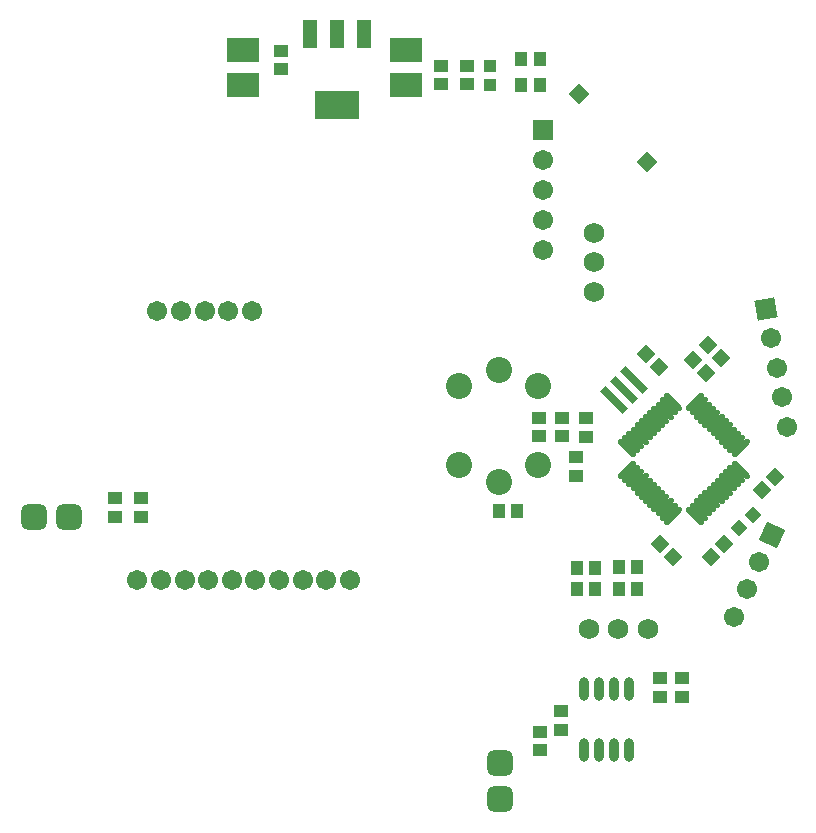
<source format=gts>
G04*
G04 #@! TF.GenerationSoftware,Altium Limited,Altium Designer,19.1.5 (86)*
G04*
G04 Layer_Color=8388736*
%FSLAX25Y25*%
%MOIN*%
G70*
G01*
G75*
G04:AMPARAMS|DCode=37|XSize=19.81mil|YSize=78.87mil|CornerRadius=0mil|HoleSize=0mil|Usage=FLASHONLY|Rotation=45.000|XOffset=0mil|YOffset=0mil|HoleType=Round|Shape=Round|*
%AMOVALD37*
21,1,0.05906,0.01981,0.00000,0.00000,135.0*
1,1,0.01981,0.02088,-0.02088*
1,1,0.01981,-0.02088,0.02088*
%
%ADD37OVALD37*%

G04:AMPARAMS|DCode=38|XSize=19.81mil|YSize=78.87mil|CornerRadius=0mil|HoleSize=0mil|Usage=FLASHONLY|Rotation=315.000|XOffset=0mil|YOffset=0mil|HoleType=Round|Shape=Round|*
%AMOVALD38*
21,1,0.05906,0.01981,0.00000,0.00000,45.0*
1,1,0.01981,-0.02088,-0.02088*
1,1,0.01981,0.02088,0.02088*
%
%ADD38OVALD38*%

%ADD39R,0.11036X0.07887*%
%ADD40P,0.06788X4X180.0*%
G04:AMPARAMS|DCode=41|XSize=86.74mil|YSize=86.74mil|CornerRadius=23.68mil|HoleSize=0mil|Usage=FLASHONLY|Rotation=270.000|XOffset=0mil|YOffset=0mil|HoleType=Round|Shape=RoundedRectangle|*
%AMROUNDEDRECTD41*
21,1,0.08674,0.03937,0,0,270.0*
21,1,0.03937,0.08674,0,0,270.0*
1,1,0.04737,-0.01968,-0.01968*
1,1,0.04737,-0.01968,0.01968*
1,1,0.04737,0.01968,0.01968*
1,1,0.04737,0.01968,-0.01968*
%
%ADD41ROUNDEDRECTD41*%
%ADD42R,0.04461X0.04658*%
%ADD43R,0.03950X0.03950*%
%ADD44R,0.04658X0.04461*%
%ADD45R,0.04737X0.09461*%
%ADD46R,0.14580X0.09461*%
G04:AMPARAMS|DCode=47|XSize=86.74mil|YSize=86.74mil|CornerRadius=23.68mil|HoleSize=0mil|Usage=FLASHONLY|Rotation=180.000|XOffset=0mil|YOffset=0mil|HoleType=Round|Shape=RoundedRectangle|*
%AMROUNDEDRECTD47*
21,1,0.08674,0.03937,0,0,180.0*
21,1,0.03937,0.08674,0,0,180.0*
1,1,0.04737,-0.01968,0.01968*
1,1,0.04737,0.01968,0.01968*
1,1,0.04737,0.01968,-0.01968*
1,1,0.04737,-0.01968,-0.01968*
%
%ADD47ROUNDEDRECTD47*%
G04:AMPARAMS|DCode=48|XSize=44.61mil|YSize=46.58mil|CornerRadius=0mil|HoleSize=0mil|Usage=FLASHONLY|Rotation=45.000|XOffset=0mil|YOffset=0mil|HoleType=Round|Shape=Rectangle|*
%AMROTATEDRECTD48*
4,1,4,0.00070,-0.03224,-0.03224,0.00070,-0.00070,0.03224,0.03224,-0.00070,0.00070,-0.03224,0.0*
%
%ADD48ROTATEDRECTD48*%

%ADD49P,0.05586X4X90.0*%
G04:AMPARAMS|DCode=50|XSize=44.61mil|YSize=46.58mil|CornerRadius=0mil|HoleSize=0mil|Usage=FLASHONLY|Rotation=315.000|XOffset=0mil|YOffset=0mil|HoleType=Round|Shape=Rectangle|*
%AMROTATEDRECTD50*
4,1,4,-0.03224,-0.00070,0.00070,0.03224,0.03224,0.00070,-0.00070,-0.03224,-0.03224,-0.00070,0.0*
%
%ADD50ROTATEDRECTD50*%

%ADD51O,0.03300X0.07887*%
G04:AMPARAMS|DCode=52|XSize=27.69mil|YSize=106.42mil|CornerRadius=0mil|HoleSize=0mil|Usage=FLASHONLY|Rotation=225.000|XOffset=0mil|YOffset=0mil|HoleType=Round|Shape=Rectangle|*
%AMROTATEDRECTD52*
4,1,4,-0.02784,0.04742,0.04742,-0.02784,0.02784,-0.04742,-0.04742,0.02784,-0.02784,0.04742,0.0*
%
%ADD52ROTATEDRECTD52*%

G04:AMPARAMS|DCode=53|XSize=27.69mil|YSize=106.42mil|CornerRadius=0mil|HoleSize=0mil|Usage=FLASHONLY|Rotation=225.000|XOffset=0mil|YOffset=0mil|HoleType=Round|Shape=Rectangle|*
%AMROTATEDRECTD53*
4,1,4,-0.02784,0.04742,0.04742,-0.02784,0.02784,-0.04742,-0.04742,0.02784,-0.02784,0.04742,0.0*
%
%ADD53ROTATEDRECTD53*%

%ADD54C,0.06706*%
%ADD55C,0.08674*%
%ADD56P,0.09483X4X325.0*%
%ADD57R,0.06706X0.06706*%
%ADD58P,0.09483X4X290.0*%
%ADD59C,0.06800*%
D37*
X256481Y157230D02*
D03*
X255089Y155838D02*
D03*
X253697Y154447D02*
D03*
X252305Y153055D02*
D03*
X250913Y151663D02*
D03*
X249521Y150271D02*
D03*
X248129Y148879D02*
D03*
X246737Y147487D02*
D03*
X245345Y146095D02*
D03*
X243953Y144703D02*
D03*
X242562Y143311D02*
D03*
X241170Y141919D02*
D03*
X263719Y119370D02*
D03*
X265111Y120762D02*
D03*
X266503Y122153D02*
D03*
X267895Y123545D02*
D03*
X269287Y124937D02*
D03*
X270679Y126329D02*
D03*
X272071Y127721D02*
D03*
X273463Y129113D02*
D03*
X274855Y130505D02*
D03*
X276247Y131897D02*
D03*
X277638Y133289D02*
D03*
X279030Y134681D02*
D03*
D38*
X241170D02*
D03*
X242562Y133289D02*
D03*
X243953Y131897D02*
D03*
X245345Y130505D02*
D03*
X246737Y129113D02*
D03*
X248129Y127721D02*
D03*
X249521Y126329D02*
D03*
X250913Y124937D02*
D03*
X252305Y123545D02*
D03*
X253697Y122153D02*
D03*
X255089Y120762D02*
D03*
X256481Y119370D02*
D03*
X279030Y141919D02*
D03*
X277638Y143311D02*
D03*
X276247Y144703D02*
D03*
X274855Y146095D02*
D03*
X273463Y147487D02*
D03*
X272071Y148879D02*
D03*
X270679Y150271D02*
D03*
X269287Y151663D02*
D03*
X267895Y153055D02*
D03*
X266503Y154447D02*
D03*
X265111Y155838D02*
D03*
X263719Y157230D02*
D03*
D39*
X113300Y262795D02*
D03*
Y274606D02*
D03*
X167600Y274706D02*
D03*
Y262894D02*
D03*
D40*
X247702Y237291D02*
D03*
X225075Y259918D02*
D03*
D41*
X198700Y36811D02*
D03*
Y25000D02*
D03*
D42*
X212032Y271600D02*
D03*
X205969D02*
D03*
Y263100D02*
D03*
X212032D02*
D03*
X204431Y121100D02*
D03*
X198368D02*
D03*
X238469Y102300D02*
D03*
X244532D02*
D03*
X238437Y95000D02*
D03*
X244500D02*
D03*
X230631Y102000D02*
D03*
X224568D02*
D03*
X230631Y95000D02*
D03*
X224569D02*
D03*
D43*
X195400Y269200D02*
D03*
Y262901D02*
D03*
D44*
X187812Y269263D02*
D03*
Y263200D02*
D03*
X179200D02*
D03*
Y269263D02*
D03*
X125700Y274332D02*
D03*
Y268269D02*
D03*
X252100Y59069D02*
D03*
Y65132D02*
D03*
X259600Y65131D02*
D03*
Y59068D02*
D03*
X224000Y132769D02*
D03*
Y138832D02*
D03*
X211900Y151931D02*
D03*
Y145868D02*
D03*
X79000Y125132D02*
D03*
Y119069D02*
D03*
X70600D02*
D03*
Y125132D02*
D03*
X219600Y151931D02*
D03*
Y145869D02*
D03*
X227400Y145769D02*
D03*
Y151831D02*
D03*
X212000Y47363D02*
D03*
Y41300D02*
D03*
X219200Y48069D02*
D03*
Y54132D02*
D03*
D45*
X153555Y280011D02*
D03*
X144500D02*
D03*
X135445D02*
D03*
D46*
X144500Y256389D02*
D03*
D47*
X43394Y119100D02*
D03*
X55206D02*
D03*
D48*
X273544Y109944D02*
D03*
X269256Y105656D02*
D03*
X290544Y132244D02*
D03*
X286256Y127956D02*
D03*
D49*
X278600Y115200D02*
D03*
X283054Y119654D02*
D03*
D50*
X267544Y167056D02*
D03*
X263256Y171344D02*
D03*
X268256Y176244D02*
D03*
X272544Y171956D02*
D03*
X251744Y168856D02*
D03*
X247456Y173144D02*
D03*
X256344Y105756D02*
D03*
X252056Y110044D02*
D03*
D51*
X241900Y61736D02*
D03*
X236900D02*
D03*
X231900D02*
D03*
X226900D02*
D03*
Y41264D02*
D03*
X231900D02*
D03*
X236900D02*
D03*
X241900D02*
D03*
D52*
X236662Y157862D02*
D03*
X243338Y164538D02*
D03*
D53*
X240000Y161200D02*
D03*
D54*
X100341Y187664D02*
D03*
X148766Y97900D02*
D03*
X140892D02*
D03*
X133018D02*
D03*
X125144D02*
D03*
X117270D02*
D03*
X109396D02*
D03*
X101522D02*
D03*
X93648D02*
D03*
X85774D02*
D03*
X77900D02*
D03*
X84593Y187664D02*
D03*
X92467D02*
D03*
X108215D02*
D03*
X116089D02*
D03*
X289300Y178600D02*
D03*
X291036Y168752D02*
D03*
X292773Y158904D02*
D03*
X294509Y149056D02*
D03*
X213000Y238032D02*
D03*
Y228031D02*
D03*
Y218032D02*
D03*
Y208032D02*
D03*
X285300Y103900D02*
D03*
X281074Y94837D02*
D03*
X276848Y85774D02*
D03*
D55*
X185172Y162628D02*
D03*
X198400Y168101D02*
D03*
X211628Y162628D02*
D03*
Y136172D02*
D03*
X198400Y130699D02*
D03*
X185172Y136172D02*
D03*
D56*
X287564Y188448D02*
D03*
D57*
X213000Y248031D02*
D03*
D58*
X289526Y112963D02*
D03*
D59*
X248000Y81500D02*
D03*
X238157D02*
D03*
X228315D02*
D03*
X230300Y213685D02*
D03*
Y203843D02*
D03*
Y194000D02*
D03*
M02*

</source>
